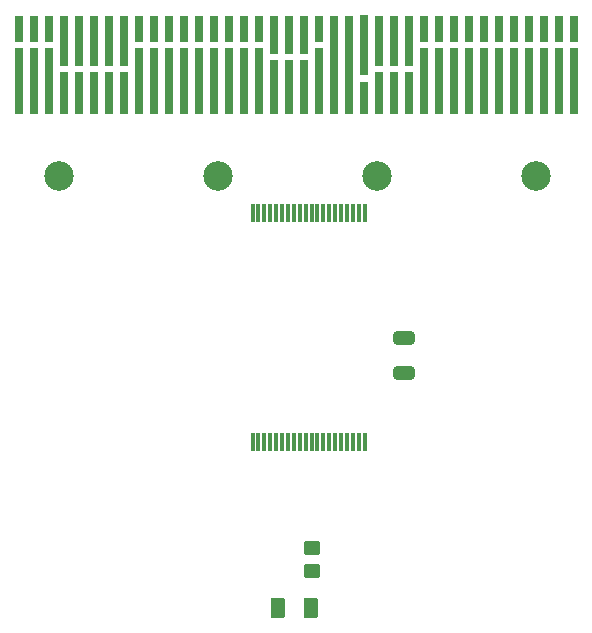
<source format=gbr>
%TF.GenerationSoftware,KiCad,Pcbnew,(7.0.0)*%
%TF.CreationDate,2023-03-05T21:21:49+00:00*%
%TF.ProjectId,connector,636f6e6e-6563-4746-9f72-2e6b69636164,rev?*%
%TF.SameCoordinates,Original*%
%TF.FileFunction,Soldermask,Top*%
%TF.FilePolarity,Negative*%
%FSLAX46Y46*%
G04 Gerber Fmt 4.6, Leading zero omitted, Abs format (unit mm)*
G04 Created by KiCad (PCBNEW (7.0.0)) date 2023-03-05 21:21:49*
%MOMM*%
%LPD*%
G01*
G04 APERTURE LIST*
G04 Aperture macros list*
%AMRoundRect*
0 Rectangle with rounded corners*
0 $1 Rounding radius*
0 $2 $3 $4 $5 $6 $7 $8 $9 X,Y pos of 4 corners*
0 Add a 4 corners polygon primitive as box body*
4,1,4,$2,$3,$4,$5,$6,$7,$8,$9,$2,$3,0*
0 Add four circle primitives for the rounded corners*
1,1,$1+$1,$2,$3*
1,1,$1+$1,$4,$5*
1,1,$1+$1,$6,$7*
1,1,$1+$1,$8,$9*
0 Add four rect primitives between the rounded corners*
20,1,$1+$1,$2,$3,$4,$5,0*
20,1,$1+$1,$4,$5,$6,$7,0*
20,1,$1+$1,$6,$7,$8,$9,0*
20,1,$1+$1,$8,$9,$2,$3,0*%
G04 Aperture macros list end*
%ADD10C,2.500000*%
%ADD11RoundRect,0.250000X-0.650000X0.325000X-0.650000X-0.325000X0.650000X-0.325000X0.650000X0.325000X0*%
%ADD12RoundRect,0.075000X0.075000X-0.712500X0.075000X0.712500X-0.075000X0.712500X-0.075000X-0.712500X0*%
%ADD13RoundRect,0.250000X-0.375000X-0.625000X0.375000X-0.625000X0.375000X0.625000X-0.375000X0.625000X0*%
%ADD14RoundRect,0.250000X-0.450000X0.350000X-0.450000X-0.350000X0.450000X-0.350000X0.450000X0.350000X0*%
%ADD15R,0.762000X5.588000*%
%ADD16R,0.762000X2.286000*%
%ADD17R,0.762000X3.556000*%
%ADD18R,0.762000X4.318000*%
%ADD19R,0.762000X2.794000*%
%ADD20R,0.762000X5.080000*%
%ADD21R,0.762000X8.382000*%
%ADD22R,0.762000X4.572000*%
%ADD23R,0.762000X3.302000*%
G04 APERTURE END LIST*
D10*
%TO.C,REF\u002A\u002A*%
X161290000Y-76708000D03*
%TD*%
%TO.C,REF\u002A\u002A*%
X147828000Y-76708000D03*
%TD*%
%TO.C,REF\u002A\u002A*%
X134366000Y-76708000D03*
%TD*%
%TO.C,REF\u002A\u002A*%
X120904000Y-76708000D03*
%TD*%
D11*
%TO.C,C1*%
X150082000Y-90473000D03*
X150082000Y-93423000D03*
%TD*%
D12*
%TO.C,U1*%
X137280000Y-99258000D03*
X137780000Y-99258000D03*
X138280000Y-99258000D03*
X138780000Y-99258000D03*
X139280000Y-99258000D03*
X139780000Y-99258000D03*
X140280000Y-99258000D03*
X140780000Y-99258000D03*
X141280000Y-99258000D03*
X141780000Y-99258000D03*
X142280000Y-99258000D03*
X142780000Y-99258000D03*
X143280000Y-99258000D03*
X143780000Y-99258000D03*
X144280000Y-99258000D03*
X144780000Y-99258000D03*
X145280000Y-99258000D03*
X145780000Y-99258000D03*
X146280000Y-99258000D03*
X146780000Y-99258000D03*
X146780000Y-79883000D03*
X146280000Y-79883000D03*
X145780000Y-79883000D03*
X145280000Y-79883000D03*
X144780000Y-79883000D03*
X144280000Y-79883000D03*
X143780000Y-79883000D03*
X143280000Y-79883000D03*
X142780000Y-79883000D03*
X142280000Y-79883000D03*
X141780000Y-79883000D03*
X141280000Y-79883000D03*
X140780000Y-79883000D03*
X140280000Y-79883000D03*
X139780000Y-79883000D03*
X139280000Y-79883000D03*
X138780000Y-79883000D03*
X138280000Y-79883000D03*
X137780000Y-79883000D03*
X137280000Y-79883000D03*
%TD*%
D13*
%TO.C,D1*%
X139411000Y-113284000D03*
X142211000Y-113284000D03*
%TD*%
D14*
%TO.C,R1*%
X142335000Y-108204000D03*
X142335000Y-110204000D03*
%TD*%
D15*
%TO.C,J1*%
X164464999Y-68706999D03*
D16*
X164464999Y-64261999D03*
D15*
X163194999Y-68706999D03*
D16*
X163194999Y-64261999D03*
D15*
X161924999Y-68706999D03*
D16*
X161924999Y-64261999D03*
D15*
X160654999Y-68706999D03*
D16*
X160654999Y-64261999D03*
D15*
X159384999Y-68706999D03*
D16*
X159384999Y-64261999D03*
D15*
X158114999Y-68706999D03*
D16*
X158114999Y-64261999D03*
D15*
X156844999Y-68706999D03*
D16*
X156844999Y-64261999D03*
D15*
X155574999Y-68706999D03*
D16*
X155574999Y-64261999D03*
D15*
X154304999Y-68706999D03*
D16*
X154304999Y-64261999D03*
D15*
X153034999Y-68706999D03*
D16*
X153034999Y-64261999D03*
D15*
X151764999Y-68706999D03*
D16*
X151764999Y-64261999D03*
D17*
X150494999Y-69722999D03*
D18*
X150494999Y-65277999D03*
D17*
X149224999Y-69722999D03*
D18*
X149224999Y-65277999D03*
D17*
X147954999Y-69722999D03*
D18*
X147954999Y-65277999D03*
D19*
X146684999Y-70103999D03*
D20*
X146684999Y-65658999D03*
D21*
X145414999Y-67309999D03*
X144144999Y-67309999D03*
D15*
X142874999Y-68706999D03*
D16*
X142874999Y-64261999D03*
D22*
X141604999Y-69214999D03*
D23*
X141604999Y-64769999D03*
D22*
X140334999Y-69214999D03*
D23*
X140334999Y-64769999D03*
D22*
X139064999Y-69214999D03*
D23*
X139064999Y-64769999D03*
D15*
X137794999Y-68706999D03*
D16*
X137794999Y-64261999D03*
D15*
X136524999Y-68706999D03*
D16*
X136524999Y-64261999D03*
D15*
X135254999Y-68706999D03*
D16*
X135254999Y-64261999D03*
D15*
X133984999Y-68706999D03*
D16*
X133984999Y-64261999D03*
D15*
X132714999Y-68706999D03*
D16*
X132714999Y-64261999D03*
D15*
X131444999Y-68706999D03*
D16*
X131444999Y-64261999D03*
D15*
X130174999Y-68706999D03*
D16*
X130174999Y-64261999D03*
D15*
X128904999Y-68706999D03*
D16*
X128904999Y-64261999D03*
D15*
X127634999Y-68706999D03*
D16*
X127634999Y-64261999D03*
D17*
X126364999Y-69722999D03*
D18*
X126364999Y-65277999D03*
D17*
X125094999Y-69722999D03*
D18*
X125094999Y-65277999D03*
D17*
X123824999Y-69722999D03*
D18*
X123824999Y-65277999D03*
D17*
X122554999Y-69722999D03*
D18*
X122554999Y-65277999D03*
D17*
X121284999Y-69722999D03*
D18*
X121284999Y-65277999D03*
D15*
X120014999Y-68706999D03*
D16*
X120014999Y-64261999D03*
D15*
X118744999Y-68706999D03*
D16*
X118744999Y-64261999D03*
D15*
X117474999Y-68706999D03*
D16*
X117474999Y-64261999D03*
%TD*%
M02*

</source>
